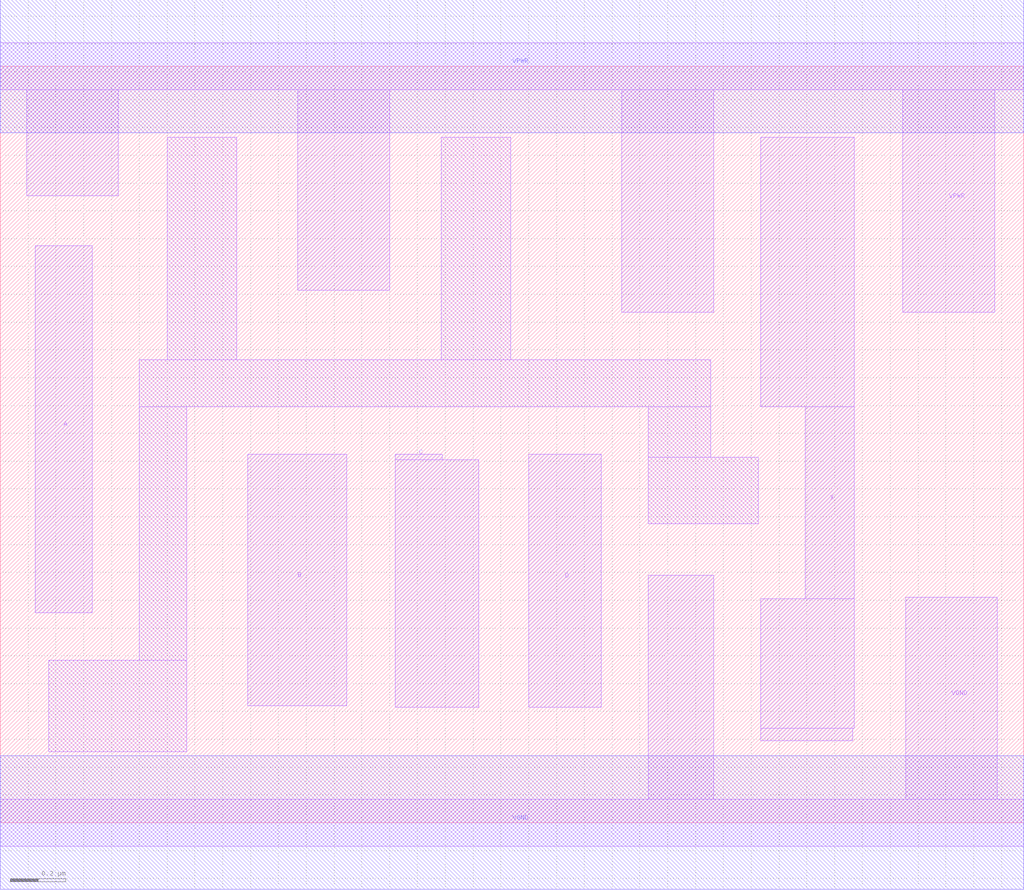
<source format=lef>
# Copyright 2020 The SkyWater PDK Authors
#
# Licensed under the Apache License, Version 2.0 (the "License");
# you may not use this file except in compliance with the License.
# You may obtain a copy of the License at
#
#     https://www.apache.org/licenses/LICENSE-2.0
#
# Unless required by applicable law or agreed to in writing, software
# distributed under the License is distributed on an "AS IS" BASIS,
# WITHOUT WARRANTIES OR CONDITIONS OF ANY KIND, either express or implied.
# See the License for the specific language governing permissions and
# limitations under the License.
#
# SPDX-License-Identifier: Apache-2.0

VERSION 5.5 ;
NAMESCASESENSITIVE ON ;
BUSBITCHARS "[]" ;
DIVIDERCHAR "/" ;
MACRO sky130_fd_sc_hd__and4_2
  CLASS CORE ;
  SOURCE USER ;
  ORIGIN  0.000000  0.000000 ;
  SIZE  3.680000 BY  2.720000 ;
  SYMMETRY X Y R90 ;
  SITE unithd ;
  PIN A
    ANTENNAGATEAREA  0.126000 ;
    DIRECTION INPUT ;
    USE SIGNAL ;
    PORT
      LAYER li1 ;
        RECT 0.125000 0.755000 0.330000 2.075000 ;
    END
  END A
  PIN B
    ANTENNAGATEAREA  0.126000 ;
    DIRECTION INPUT ;
    USE SIGNAL ;
    PORT
      LAYER li1 ;
        RECT 0.890000 0.420000 1.245000 1.325000 ;
    END
  END B
  PIN C
    ANTENNAGATEAREA  0.126000 ;
    DIRECTION INPUT ;
    USE SIGNAL ;
    PORT
      LAYER li1 ;
        RECT 1.420000 0.415000 1.720000 1.305000 ;
        RECT 1.420000 1.305000 1.590000 1.325000 ;
    END
  END C
  PIN D
    ANTENNAGATEAREA  0.126000 ;
    DIRECTION INPUT ;
    USE SIGNAL ;
    PORT
      LAYER li1 ;
        RECT 1.900000 0.415000 2.160000 1.325000 ;
    END
  END D
  PIN X
    ANTENNADIFFAREA  0.544500 ;
    DIRECTION OUTPUT ;
    USE SIGNAL ;
    PORT
      LAYER li1 ;
        RECT 2.735000 0.295000 3.065000 0.340000 ;
        RECT 2.735000 0.340000 3.070000 0.805000 ;
        RECT 2.735000 1.495000 3.070000 2.465000 ;
        RECT 2.895000 0.805000 3.070000 1.495000 ;
    END
  END X
  PIN VGND
    DIRECTION INOUT ;
    SHAPE ABUTMENT ;
    USE GROUND ;
    PORT
      LAYER li1 ;
        RECT 0.000000 -0.085000 3.680000 0.085000 ;
        RECT 2.330000  0.085000 2.565000 0.890000 ;
        RECT 3.255000  0.085000 3.585000 0.810000 ;
    END
    PORT
      LAYER met1 ;
        RECT 0.000000 -0.240000 3.680000 0.240000 ;
    END
  END VGND
  PIN VPWR
    DIRECTION INOUT ;
    SHAPE ABUTMENT ;
    USE POWER ;
    PORT
      LAYER li1 ;
        RECT 0.000000 2.635000 3.680000 2.805000 ;
        RECT 0.095000 2.255000 0.425000 2.635000 ;
        RECT 1.070000 1.915000 1.400000 2.635000 ;
        RECT 2.235000 1.835000 2.565000 2.635000 ;
        RECT 3.245000 1.835000 3.575000 2.635000 ;
    END
    PORT
      LAYER met1 ;
        RECT 0.000000 2.480000 3.680000 2.960000 ;
    END
  END VPWR
  OBS
    LAYER li1 ;
      RECT 0.175000 0.255000 0.670000 0.585000 ;
      RECT 0.500000 0.585000 0.670000 1.495000 ;
      RECT 0.500000 1.495000 2.555000 1.665000 ;
      RECT 0.600000 1.665000 0.850000 2.465000 ;
      RECT 1.585000 1.665000 1.835000 2.465000 ;
      RECT 2.330000 1.075000 2.725000 1.315000 ;
      RECT 2.330000 1.315000 2.555000 1.495000 ;
  END
END sky130_fd_sc_hd__and4_2

</source>
